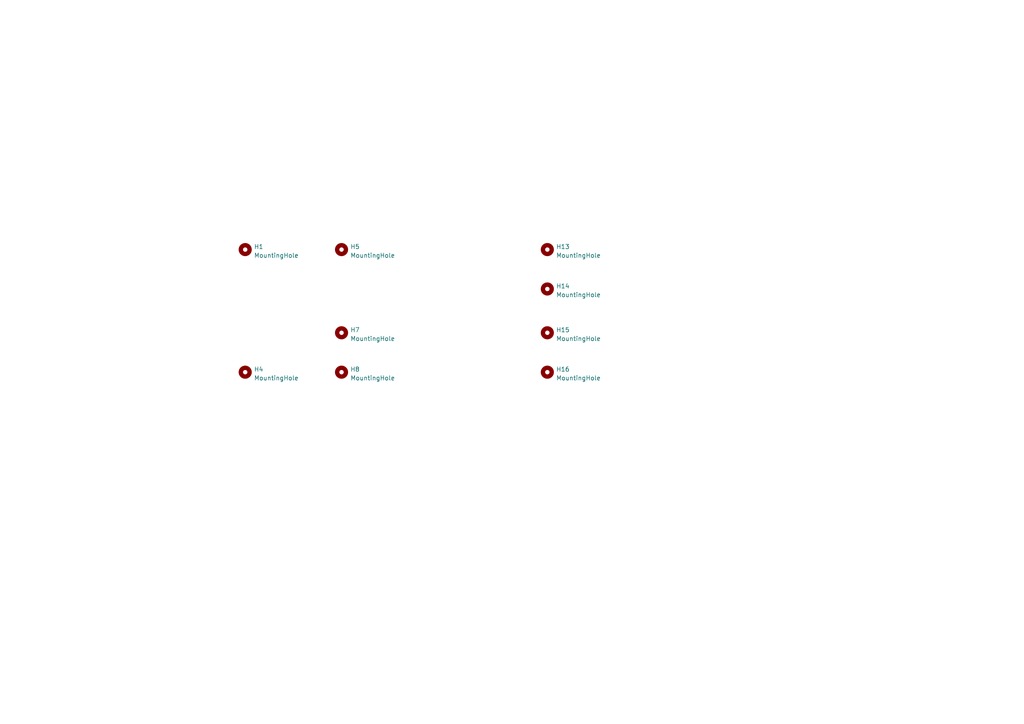
<source format=kicad_sch>
(kicad_sch (version 20211123) (generator eeschema)

  (uuid a19154a9-6561-4c4f-af43-4aa1d9d4278f)

  (paper "A4")

  (lib_symbols
    (symbol "Mechanical:MountingHole" (pin_names (offset 1.016)) (in_bom yes) (on_board yes)
      (property "Reference" "H" (id 0) (at 0 5.08 0)
        (effects (font (size 1.27 1.27)))
      )
      (property "Value" "MountingHole" (id 1) (at 0 3.175 0)
        (effects (font (size 1.27 1.27)))
      )
      (property "Footprint" "" (id 2) (at 0 0 0)
        (effects (font (size 1.27 1.27)) hide)
      )
      (property "Datasheet" "~" (id 3) (at 0 0 0)
        (effects (font (size 1.27 1.27)) hide)
      )
      (property "ki_keywords" "mounting hole" (id 4) (at 0 0 0)
        (effects (font (size 1.27 1.27)) hide)
      )
      (property "ki_description" "Mounting Hole without connection" (id 5) (at 0 0 0)
        (effects (font (size 1.27 1.27)) hide)
      )
      (property "ki_fp_filters" "MountingHole*" (id 6) (at 0 0 0)
        (effects (font (size 1.27 1.27)) hide)
      )
      (symbol "MountingHole_0_1"
        (circle (center 0 0) (radius 1.27)
          (stroke (width 1.27) (type default) (color 0 0 0 0))
          (fill (type none))
        )
      )
    )
  )


  (symbol (lib_id "Mechanical:MountingHole") (at 71.12 107.95 0) (unit 1)
    (in_bom yes) (on_board yes) (fields_autoplaced)
    (uuid 04ce1f20-479d-4ee2-80fb-06cf09e73c5a)
    (property "Reference" "H4" (id 0) (at 73.66 107.1153 0)
      (effects (font (size 1.27 1.27)) (justify left))
    )
    (property "Value" "MountingHole" (id 1) (at 73.66 109.6522 0)
      (effects (font (size 1.27 1.27)) (justify left))
    )
    (property "Footprint" "MountingHole:MountingHole_2.7mm_M2.5" (id 2) (at 71.12 107.95 0)
      (effects (font (size 1.27 1.27)) hide)
    )
    (property "Datasheet" "~" (id 3) (at 71.12 107.95 0)
      (effects (font (size 1.27 1.27)) hide)
    )
  )

  (symbol (lib_id "Mechanical:MountingHole") (at 99.06 96.52 0) (unit 1)
    (in_bom yes) (on_board yes) (fields_autoplaced)
    (uuid 24b4253f-5b8c-4321-96d4-4387425af0c3)
    (property "Reference" "H7" (id 0) (at 101.6 95.6853 0)
      (effects (font (size 1.27 1.27)) (justify left))
    )
    (property "Value" "MountingHole" (id 1) (at 101.6 98.2222 0)
      (effects (font (size 1.27 1.27)) (justify left))
    )
    (property "Footprint" "MountingHole:MountingHole_2.7mm_M2.5" (id 2) (at 99.06 96.52 0)
      (effects (font (size 1.27 1.27)) hide)
    )
    (property "Datasheet" "~" (id 3) (at 99.06 96.52 0)
      (effects (font (size 1.27 1.27)) hide)
    )
  )

  (symbol (lib_id "Mechanical:MountingHole") (at 99.06 107.95 0) (unit 1)
    (in_bom yes) (on_board yes) (fields_autoplaced)
    (uuid 35e38730-499e-4f5f-9399-e862c53e16d3)
    (property "Reference" "H8" (id 0) (at 101.6 107.1153 0)
      (effects (font (size 1.27 1.27)) (justify left))
    )
    (property "Value" "MountingHole" (id 1) (at 101.6 109.6522 0)
      (effects (font (size 1.27 1.27)) (justify left))
    )
    (property "Footprint" "MountingHole:MountingHole_2.7mm_M2.5" (id 2) (at 99.06 107.95 0)
      (effects (font (size 1.27 1.27)) hide)
    )
    (property "Datasheet" "~" (id 3) (at 99.06 107.95 0)
      (effects (font (size 1.27 1.27)) hide)
    )
  )

  (symbol (lib_id "Mechanical:MountingHole") (at 158.75 96.52 0) (unit 1)
    (in_bom yes) (on_board yes) (fields_autoplaced)
    (uuid 39d1ca64-d246-4988-bbd2-ff2733e3abce)
    (property "Reference" "H15" (id 0) (at 161.29 95.6853 0)
      (effects (font (size 1.27 1.27)) (justify left))
    )
    (property "Value" "MountingHole" (id 1) (at 161.29 98.2222 0)
      (effects (font (size 1.27 1.27)) (justify left))
    )
    (property "Footprint" "MountingHole:MountingHole_2.7mm_M2.5" (id 2) (at 158.75 96.52 0)
      (effects (font (size 1.27 1.27)) hide)
    )
    (property "Datasheet" "~" (id 3) (at 158.75 96.52 0)
      (effects (font (size 1.27 1.27)) hide)
    )
  )

  (symbol (lib_id "Mechanical:MountingHole") (at 99.06 72.39 0) (unit 1)
    (in_bom yes) (on_board yes) (fields_autoplaced)
    (uuid 601169d8-bb8b-40a6-832d-33e7324b5b6f)
    (property "Reference" "H5" (id 0) (at 101.6 71.5553 0)
      (effects (font (size 1.27 1.27)) (justify left))
    )
    (property "Value" "MountingHole" (id 1) (at 101.6 74.0922 0)
      (effects (font (size 1.27 1.27)) (justify left))
    )
    (property "Footprint" "MountingHole:MountingHole_2.7mm_M2.5" (id 2) (at 99.06 72.39 0)
      (effects (font (size 1.27 1.27)) hide)
    )
    (property "Datasheet" "~" (id 3) (at 99.06 72.39 0)
      (effects (font (size 1.27 1.27)) hide)
    )
  )

  (symbol (lib_id "Mechanical:MountingHole") (at 158.75 107.95 0) (unit 1)
    (in_bom yes) (on_board yes) (fields_autoplaced)
    (uuid 62b14abf-9b05-4e91-9d27-859301e42812)
    (property "Reference" "H16" (id 0) (at 161.29 107.1153 0)
      (effects (font (size 1.27 1.27)) (justify left))
    )
    (property "Value" "MountingHole" (id 1) (at 161.29 109.6522 0)
      (effects (font (size 1.27 1.27)) (justify left))
    )
    (property "Footprint" "MountingHole:MountingHole_2.7mm_M2.5" (id 2) (at 158.75 107.95 0)
      (effects (font (size 1.27 1.27)) hide)
    )
    (property "Datasheet" "~" (id 3) (at 158.75 107.95 0)
      (effects (font (size 1.27 1.27)) hide)
    )
  )

  (symbol (lib_id "Mechanical:MountingHole") (at 158.75 72.39 0) (unit 1)
    (in_bom yes) (on_board yes) (fields_autoplaced)
    (uuid 846b8148-38b3-4111-a884-fa5f44f467af)
    (property "Reference" "H13" (id 0) (at 161.29 71.5553 0)
      (effects (font (size 1.27 1.27)) (justify left))
    )
    (property "Value" "MountingHole" (id 1) (at 161.29 74.0922 0)
      (effects (font (size 1.27 1.27)) (justify left))
    )
    (property "Footprint" "MountingHole:MountingHole_2.7mm_M2.5" (id 2) (at 158.75 72.39 0)
      (effects (font (size 1.27 1.27)) hide)
    )
    (property "Datasheet" "~" (id 3) (at 158.75 72.39 0)
      (effects (font (size 1.27 1.27)) hide)
    )
  )

  (symbol (lib_id "Mechanical:MountingHole") (at 158.75 83.82 0) (unit 1)
    (in_bom yes) (on_board yes) (fields_autoplaced)
    (uuid a6b1c41e-c0ef-4523-90c5-63a9a5576f7c)
    (property "Reference" "H14" (id 0) (at 161.29 82.9853 0)
      (effects (font (size 1.27 1.27)) (justify left))
    )
    (property "Value" "MountingHole" (id 1) (at 161.29 85.5222 0)
      (effects (font (size 1.27 1.27)) (justify left))
    )
    (property "Footprint" "MountingHole:MountingHole_2.7mm_M2.5" (id 2) (at 158.75 83.82 0)
      (effects (font (size 1.27 1.27)) hide)
    )
    (property "Datasheet" "~" (id 3) (at 158.75 83.82 0)
      (effects (font (size 1.27 1.27)) hide)
    )
  )

  (symbol (lib_id "Mechanical:MountingHole") (at 71.12 72.39 0) (unit 1)
    (in_bom yes) (on_board yes) (fields_autoplaced)
    (uuid ce918661-3a9d-4d44-95c9-049ecda883a2)
    (property "Reference" "H1" (id 0) (at 73.66 71.5553 0)
      (effects (font (size 1.27 1.27)) (justify left))
    )
    (property "Value" "MountingHole" (id 1) (at 73.66 74.0922 0)
      (effects (font (size 1.27 1.27)) (justify left))
    )
    (property "Footprint" "MountingHole:MountingHole_2.7mm_M2.5" (id 2) (at 71.12 72.39 0)
      (effects (font (size 1.27 1.27)) hide)
    )
    (property "Datasheet" "~" (id 3) (at 71.12 72.39 0)
      (effects (font (size 1.27 1.27)) hide)
    )
  )

  (sheet_instances
    (path "/" (page "1"))
  )

  (symbol_instances
    (path "/ce918661-3a9d-4d44-95c9-049ecda883a2"
      (reference "H1") (unit 1) (value "MountingHole") (footprint "MountingHole:MountingHole_2.7mm_M2.5")
    )
    (path "/04ce1f20-479d-4ee2-80fb-06cf09e73c5a"
      (reference "H4") (unit 1) (value "MountingHole") (footprint "MountingHole:MountingHole_2.7mm_M2.5")
    )
    (path "/601169d8-bb8b-40a6-832d-33e7324b5b6f"
      (reference "H5") (unit 1) (value "MountingHole") (footprint "MountingHole:MountingHole_2.7mm_M2.5")
    )
    (path "/24b4253f-5b8c-4321-96d4-4387425af0c3"
      (reference "H7") (unit 1) (value "MountingHole") (footprint "MountingHole:MountingHole_2.7mm_M2.5")
    )
    (path "/35e38730-499e-4f5f-9399-e862c53e16d3"
      (reference "H8") (unit 1) (value "MountingHole") (footprint "MountingHole:MountingHole_2.7mm_M2.5")
    )
    (path "/846b8148-38b3-4111-a884-fa5f44f467af"
      (reference "H13") (unit 1) (value "MountingHole") (footprint "MountingHole:MountingHole_2.7mm_M2.5")
    )
    (path "/a6b1c41e-c0ef-4523-90c5-63a9a5576f7c"
      (reference "H14") (unit 1) (value "MountingHole") (footprint "MountingHole:MountingHole_2.7mm_M2.5")
    )
    (path "/39d1ca64-d246-4988-bbd2-ff2733e3abce"
      (reference "H15") (unit 1) (value "MountingHole") (footprint "MountingHole:MountingHole_2.7mm_M2.5")
    )
    (path "/62b14abf-9b05-4e91-9d27-859301e42812"
      (reference "H16") (unit 1) (value "MountingHole") (footprint "MountingHole:MountingHole_2.7mm_M2.5")
    )
  )
)

</source>
